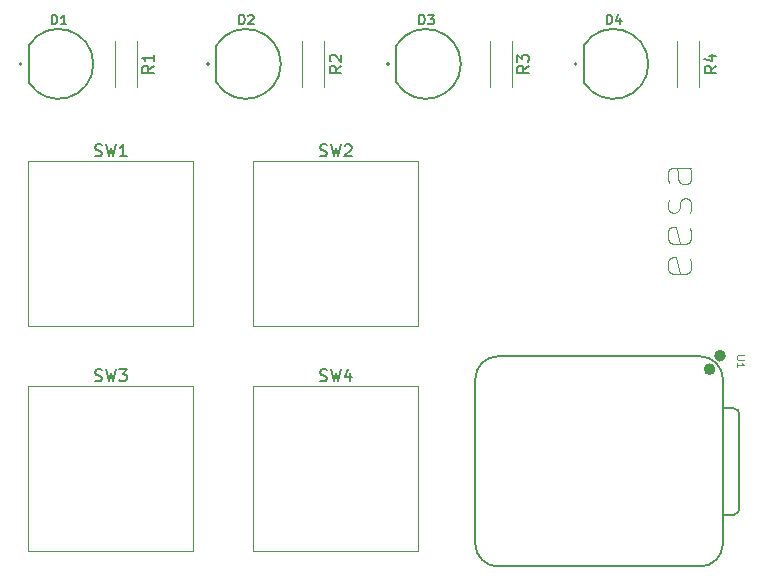
<source format=gbr>
%TF.GenerationSoftware,KiCad,Pcbnew,9.0.3*%
%TF.CreationDate,2025-07-28T00:11:01-05:00*%
%TF.ProjectId,eesa-pathfinder,65657361-2d70-4617-9468-66696e646572,rev?*%
%TF.SameCoordinates,Original*%
%TF.FileFunction,Legend,Top*%
%TF.FilePolarity,Positive*%
%FSLAX46Y46*%
G04 Gerber Fmt 4.6, Leading zero omitted, Abs format (unit mm)*
G04 Created by KiCad (PCBNEW 9.0.3) date 2025-07-28 00:11:01*
%MOMM*%
%LPD*%
G01*
G04 APERTURE LIST*
%ADD10C,0.100000*%
%ADD11C,0.150000*%
%ADD12C,0.101600*%
%ADD13C,0.120000*%
%ADD14C,0.127000*%
%ADD15C,0.200000*%
%ADD16C,0.504000*%
G04 APERTURE END LIST*
D10*
X147439800Y-99677068D02*
X147582657Y-99962782D01*
X147582657Y-99962782D02*
X147582657Y-100534211D01*
X147582657Y-100534211D02*
X147439800Y-100819925D01*
X147439800Y-100819925D02*
X147154085Y-100962782D01*
X147154085Y-100962782D02*
X146011228Y-100962782D01*
X146011228Y-100962782D02*
X145725514Y-100819925D01*
X145725514Y-100819925D02*
X145582657Y-100534211D01*
X145582657Y-100534211D02*
X145582657Y-99962782D01*
X145582657Y-99962782D02*
X145725514Y-99677068D01*
X145725514Y-99677068D02*
X146011228Y-99534211D01*
X146011228Y-99534211D02*
X146296942Y-99534211D01*
X146296942Y-99534211D02*
X146582657Y-100962782D01*
X147439800Y-97105639D02*
X147582657Y-97391353D01*
X147582657Y-97391353D02*
X147582657Y-97962782D01*
X147582657Y-97962782D02*
X147439800Y-98248496D01*
X147439800Y-98248496D02*
X147154085Y-98391353D01*
X147154085Y-98391353D02*
X146011228Y-98391353D01*
X146011228Y-98391353D02*
X145725514Y-98248496D01*
X145725514Y-98248496D02*
X145582657Y-97962782D01*
X145582657Y-97962782D02*
X145582657Y-97391353D01*
X145582657Y-97391353D02*
X145725514Y-97105639D01*
X145725514Y-97105639D02*
X146011228Y-96962782D01*
X146011228Y-96962782D02*
X146296942Y-96962782D01*
X146296942Y-96962782D02*
X146582657Y-98391353D01*
X147439800Y-95819924D02*
X147582657Y-95534210D01*
X147582657Y-95534210D02*
X147582657Y-94962781D01*
X147582657Y-94962781D02*
X147439800Y-94677067D01*
X147439800Y-94677067D02*
X147154085Y-94534210D01*
X147154085Y-94534210D02*
X147011228Y-94534210D01*
X147011228Y-94534210D02*
X146725514Y-94677067D01*
X146725514Y-94677067D02*
X146582657Y-94962781D01*
X146582657Y-94962781D02*
X146582657Y-95391353D01*
X146582657Y-95391353D02*
X146439800Y-95677067D01*
X146439800Y-95677067D02*
X146154085Y-95819924D01*
X146154085Y-95819924D02*
X146011228Y-95819924D01*
X146011228Y-95819924D02*
X145725514Y-95677067D01*
X145725514Y-95677067D02*
X145582657Y-95391353D01*
X145582657Y-95391353D02*
X145582657Y-94962781D01*
X145582657Y-94962781D02*
X145725514Y-94677067D01*
X147582657Y-91962782D02*
X146011228Y-91962782D01*
X146011228Y-91962782D02*
X145725514Y-92105639D01*
X145725514Y-92105639D02*
X145582657Y-92391353D01*
X145582657Y-92391353D02*
X145582657Y-92962782D01*
X145582657Y-92962782D02*
X145725514Y-93248496D01*
X147439800Y-91962782D02*
X147582657Y-92248496D01*
X147582657Y-92248496D02*
X147582657Y-92962782D01*
X147582657Y-92962782D02*
X147439800Y-93248496D01*
X147439800Y-93248496D02*
X147154085Y-93391353D01*
X147154085Y-93391353D02*
X146868371Y-93391353D01*
X146868371Y-93391353D02*
X146582657Y-93248496D01*
X146582657Y-93248496D02*
X146439800Y-92962782D01*
X146439800Y-92962782D02*
X146439800Y-92248496D01*
X146439800Y-92248496D02*
X146296942Y-91962782D01*
D11*
X133819819Y-83351666D02*
X133343628Y-83684999D01*
X133819819Y-83923094D02*
X132819819Y-83923094D01*
X132819819Y-83923094D02*
X132819819Y-83542142D01*
X132819819Y-83542142D02*
X132867438Y-83446904D01*
X132867438Y-83446904D02*
X132915057Y-83399285D01*
X132915057Y-83399285D02*
X133010295Y-83351666D01*
X133010295Y-83351666D02*
X133153152Y-83351666D01*
X133153152Y-83351666D02*
X133248390Y-83399285D01*
X133248390Y-83399285D02*
X133296009Y-83446904D01*
X133296009Y-83446904D02*
X133343628Y-83542142D01*
X133343628Y-83542142D02*
X133343628Y-83923094D01*
X132819819Y-83018332D02*
X132819819Y-82399285D01*
X132819819Y-82399285D02*
X133200771Y-82732618D01*
X133200771Y-82732618D02*
X133200771Y-82589761D01*
X133200771Y-82589761D02*
X133248390Y-82494523D01*
X133248390Y-82494523D02*
X133296009Y-82446904D01*
X133296009Y-82446904D02*
X133391247Y-82399285D01*
X133391247Y-82399285D02*
X133629342Y-82399285D01*
X133629342Y-82399285D02*
X133724580Y-82446904D01*
X133724580Y-82446904D02*
X133772200Y-82494523D01*
X133772200Y-82494523D02*
X133819819Y-82589761D01*
X133819819Y-82589761D02*
X133819819Y-82875475D01*
X133819819Y-82875475D02*
X133772200Y-82970713D01*
X133772200Y-82970713D02*
X133724580Y-83018332D01*
X140419524Y-79839295D02*
X140419524Y-79039295D01*
X140419524Y-79039295D02*
X140610000Y-79039295D01*
X140610000Y-79039295D02*
X140724286Y-79077390D01*
X140724286Y-79077390D02*
X140800476Y-79153580D01*
X140800476Y-79153580D02*
X140838571Y-79229771D01*
X140838571Y-79229771D02*
X140876667Y-79382152D01*
X140876667Y-79382152D02*
X140876667Y-79496438D01*
X140876667Y-79496438D02*
X140838571Y-79648819D01*
X140838571Y-79648819D02*
X140800476Y-79725009D01*
X140800476Y-79725009D02*
X140724286Y-79801200D01*
X140724286Y-79801200D02*
X140610000Y-79839295D01*
X140610000Y-79839295D02*
X140419524Y-79839295D01*
X141562381Y-79305961D02*
X141562381Y-79839295D01*
X141371905Y-79001200D02*
X141181428Y-79572628D01*
X141181428Y-79572628D02*
X141676667Y-79572628D01*
X97091667Y-90958200D02*
X97234524Y-91005819D01*
X97234524Y-91005819D02*
X97472619Y-91005819D01*
X97472619Y-91005819D02*
X97567857Y-90958200D01*
X97567857Y-90958200D02*
X97615476Y-90910580D01*
X97615476Y-90910580D02*
X97663095Y-90815342D01*
X97663095Y-90815342D02*
X97663095Y-90720104D01*
X97663095Y-90720104D02*
X97615476Y-90624866D01*
X97615476Y-90624866D02*
X97567857Y-90577247D01*
X97567857Y-90577247D02*
X97472619Y-90529628D01*
X97472619Y-90529628D02*
X97282143Y-90482009D01*
X97282143Y-90482009D02*
X97186905Y-90434390D01*
X97186905Y-90434390D02*
X97139286Y-90386771D01*
X97139286Y-90386771D02*
X97091667Y-90291533D01*
X97091667Y-90291533D02*
X97091667Y-90196295D01*
X97091667Y-90196295D02*
X97139286Y-90101057D01*
X97139286Y-90101057D02*
X97186905Y-90053438D01*
X97186905Y-90053438D02*
X97282143Y-90005819D01*
X97282143Y-90005819D02*
X97520238Y-90005819D01*
X97520238Y-90005819D02*
X97663095Y-90053438D01*
X97996429Y-90005819D02*
X98234524Y-91005819D01*
X98234524Y-91005819D02*
X98425000Y-90291533D01*
X98425000Y-90291533D02*
X98615476Y-91005819D01*
X98615476Y-91005819D02*
X98853572Y-90005819D01*
X99758333Y-91005819D02*
X99186905Y-91005819D01*
X99472619Y-91005819D02*
X99472619Y-90005819D01*
X99472619Y-90005819D02*
X99377381Y-90148676D01*
X99377381Y-90148676D02*
X99282143Y-90243914D01*
X99282143Y-90243914D02*
X99186905Y-90291533D01*
D12*
X152046520Y-107856190D02*
X151532473Y-107856190D01*
X151532473Y-107856190D02*
X151471997Y-107886428D01*
X151471997Y-107886428D02*
X151441759Y-107916666D01*
X151441759Y-107916666D02*
X151411520Y-107977142D01*
X151411520Y-107977142D02*
X151411520Y-108098095D01*
X151411520Y-108098095D02*
X151441759Y-108158571D01*
X151441759Y-108158571D02*
X151471997Y-108188809D01*
X151471997Y-108188809D02*
X151532473Y-108219047D01*
X151532473Y-108219047D02*
X152046520Y-108219047D01*
X151411520Y-108854047D02*
X151411520Y-108491190D01*
X151411520Y-108672618D02*
X152046520Y-108672618D01*
X152046520Y-108672618D02*
X151955806Y-108612142D01*
X151955806Y-108612142D02*
X151895330Y-108551666D01*
X151895330Y-108551666D02*
X151865092Y-108491190D01*
D11*
X124544524Y-79839295D02*
X124544524Y-79039295D01*
X124544524Y-79039295D02*
X124735000Y-79039295D01*
X124735000Y-79039295D02*
X124849286Y-79077390D01*
X124849286Y-79077390D02*
X124925476Y-79153580D01*
X124925476Y-79153580D02*
X124963571Y-79229771D01*
X124963571Y-79229771D02*
X125001667Y-79382152D01*
X125001667Y-79382152D02*
X125001667Y-79496438D01*
X125001667Y-79496438D02*
X124963571Y-79648819D01*
X124963571Y-79648819D02*
X124925476Y-79725009D01*
X124925476Y-79725009D02*
X124849286Y-79801200D01*
X124849286Y-79801200D02*
X124735000Y-79839295D01*
X124735000Y-79839295D02*
X124544524Y-79839295D01*
X125268333Y-79039295D02*
X125763571Y-79039295D01*
X125763571Y-79039295D02*
X125496905Y-79344057D01*
X125496905Y-79344057D02*
X125611190Y-79344057D01*
X125611190Y-79344057D02*
X125687381Y-79382152D01*
X125687381Y-79382152D02*
X125725476Y-79420247D01*
X125725476Y-79420247D02*
X125763571Y-79496438D01*
X125763571Y-79496438D02*
X125763571Y-79686914D01*
X125763571Y-79686914D02*
X125725476Y-79763104D01*
X125725476Y-79763104D02*
X125687381Y-79801200D01*
X125687381Y-79801200D02*
X125611190Y-79839295D01*
X125611190Y-79839295D02*
X125382619Y-79839295D01*
X125382619Y-79839295D02*
X125306428Y-79801200D01*
X125306428Y-79801200D02*
X125268333Y-79763104D01*
X117944819Y-83351666D02*
X117468628Y-83684999D01*
X117944819Y-83923094D02*
X116944819Y-83923094D01*
X116944819Y-83923094D02*
X116944819Y-83542142D01*
X116944819Y-83542142D02*
X116992438Y-83446904D01*
X116992438Y-83446904D02*
X117040057Y-83399285D01*
X117040057Y-83399285D02*
X117135295Y-83351666D01*
X117135295Y-83351666D02*
X117278152Y-83351666D01*
X117278152Y-83351666D02*
X117373390Y-83399285D01*
X117373390Y-83399285D02*
X117421009Y-83446904D01*
X117421009Y-83446904D02*
X117468628Y-83542142D01*
X117468628Y-83542142D02*
X117468628Y-83923094D01*
X117040057Y-82970713D02*
X116992438Y-82923094D01*
X116992438Y-82923094D02*
X116944819Y-82827856D01*
X116944819Y-82827856D02*
X116944819Y-82589761D01*
X116944819Y-82589761D02*
X116992438Y-82494523D01*
X116992438Y-82494523D02*
X117040057Y-82446904D01*
X117040057Y-82446904D02*
X117135295Y-82399285D01*
X117135295Y-82399285D02*
X117230533Y-82399285D01*
X117230533Y-82399285D02*
X117373390Y-82446904D01*
X117373390Y-82446904D02*
X117944819Y-83018332D01*
X117944819Y-83018332D02*
X117944819Y-82399285D01*
X116141667Y-110008200D02*
X116284524Y-110055819D01*
X116284524Y-110055819D02*
X116522619Y-110055819D01*
X116522619Y-110055819D02*
X116617857Y-110008200D01*
X116617857Y-110008200D02*
X116665476Y-109960580D01*
X116665476Y-109960580D02*
X116713095Y-109865342D01*
X116713095Y-109865342D02*
X116713095Y-109770104D01*
X116713095Y-109770104D02*
X116665476Y-109674866D01*
X116665476Y-109674866D02*
X116617857Y-109627247D01*
X116617857Y-109627247D02*
X116522619Y-109579628D01*
X116522619Y-109579628D02*
X116332143Y-109532009D01*
X116332143Y-109532009D02*
X116236905Y-109484390D01*
X116236905Y-109484390D02*
X116189286Y-109436771D01*
X116189286Y-109436771D02*
X116141667Y-109341533D01*
X116141667Y-109341533D02*
X116141667Y-109246295D01*
X116141667Y-109246295D02*
X116189286Y-109151057D01*
X116189286Y-109151057D02*
X116236905Y-109103438D01*
X116236905Y-109103438D02*
X116332143Y-109055819D01*
X116332143Y-109055819D02*
X116570238Y-109055819D01*
X116570238Y-109055819D02*
X116713095Y-109103438D01*
X117046429Y-109055819D02*
X117284524Y-110055819D01*
X117284524Y-110055819D02*
X117475000Y-109341533D01*
X117475000Y-109341533D02*
X117665476Y-110055819D01*
X117665476Y-110055819D02*
X117903572Y-109055819D01*
X118713095Y-109389152D02*
X118713095Y-110055819D01*
X118475000Y-109008200D02*
X118236905Y-109722485D01*
X118236905Y-109722485D02*
X118855952Y-109722485D01*
X93429524Y-79839295D02*
X93429524Y-79039295D01*
X93429524Y-79039295D02*
X93620000Y-79039295D01*
X93620000Y-79039295D02*
X93734286Y-79077390D01*
X93734286Y-79077390D02*
X93810476Y-79153580D01*
X93810476Y-79153580D02*
X93848571Y-79229771D01*
X93848571Y-79229771D02*
X93886667Y-79382152D01*
X93886667Y-79382152D02*
X93886667Y-79496438D01*
X93886667Y-79496438D02*
X93848571Y-79648819D01*
X93848571Y-79648819D02*
X93810476Y-79725009D01*
X93810476Y-79725009D02*
X93734286Y-79801200D01*
X93734286Y-79801200D02*
X93620000Y-79839295D01*
X93620000Y-79839295D02*
X93429524Y-79839295D01*
X94648571Y-79839295D02*
X94191428Y-79839295D01*
X94420000Y-79839295D02*
X94420000Y-79039295D01*
X94420000Y-79039295D02*
X94343809Y-79153580D01*
X94343809Y-79153580D02*
X94267619Y-79229771D01*
X94267619Y-79229771D02*
X94191428Y-79267866D01*
X109304524Y-79839295D02*
X109304524Y-79039295D01*
X109304524Y-79039295D02*
X109495000Y-79039295D01*
X109495000Y-79039295D02*
X109609286Y-79077390D01*
X109609286Y-79077390D02*
X109685476Y-79153580D01*
X109685476Y-79153580D02*
X109723571Y-79229771D01*
X109723571Y-79229771D02*
X109761667Y-79382152D01*
X109761667Y-79382152D02*
X109761667Y-79496438D01*
X109761667Y-79496438D02*
X109723571Y-79648819D01*
X109723571Y-79648819D02*
X109685476Y-79725009D01*
X109685476Y-79725009D02*
X109609286Y-79801200D01*
X109609286Y-79801200D02*
X109495000Y-79839295D01*
X109495000Y-79839295D02*
X109304524Y-79839295D01*
X110066428Y-79115485D02*
X110104524Y-79077390D01*
X110104524Y-79077390D02*
X110180714Y-79039295D01*
X110180714Y-79039295D02*
X110371190Y-79039295D01*
X110371190Y-79039295D02*
X110447381Y-79077390D01*
X110447381Y-79077390D02*
X110485476Y-79115485D01*
X110485476Y-79115485D02*
X110523571Y-79191676D01*
X110523571Y-79191676D02*
X110523571Y-79267866D01*
X110523571Y-79267866D02*
X110485476Y-79382152D01*
X110485476Y-79382152D02*
X110028333Y-79839295D01*
X110028333Y-79839295D02*
X110523571Y-79839295D01*
X149694819Y-83351666D02*
X149218628Y-83684999D01*
X149694819Y-83923094D02*
X148694819Y-83923094D01*
X148694819Y-83923094D02*
X148694819Y-83542142D01*
X148694819Y-83542142D02*
X148742438Y-83446904D01*
X148742438Y-83446904D02*
X148790057Y-83399285D01*
X148790057Y-83399285D02*
X148885295Y-83351666D01*
X148885295Y-83351666D02*
X149028152Y-83351666D01*
X149028152Y-83351666D02*
X149123390Y-83399285D01*
X149123390Y-83399285D02*
X149171009Y-83446904D01*
X149171009Y-83446904D02*
X149218628Y-83542142D01*
X149218628Y-83542142D02*
X149218628Y-83923094D01*
X149028152Y-82494523D02*
X149694819Y-82494523D01*
X148647200Y-82732618D02*
X149361485Y-82970713D01*
X149361485Y-82970713D02*
X149361485Y-82351666D01*
X102069819Y-83351666D02*
X101593628Y-83684999D01*
X102069819Y-83923094D02*
X101069819Y-83923094D01*
X101069819Y-83923094D02*
X101069819Y-83542142D01*
X101069819Y-83542142D02*
X101117438Y-83446904D01*
X101117438Y-83446904D02*
X101165057Y-83399285D01*
X101165057Y-83399285D02*
X101260295Y-83351666D01*
X101260295Y-83351666D02*
X101403152Y-83351666D01*
X101403152Y-83351666D02*
X101498390Y-83399285D01*
X101498390Y-83399285D02*
X101546009Y-83446904D01*
X101546009Y-83446904D02*
X101593628Y-83542142D01*
X101593628Y-83542142D02*
X101593628Y-83923094D01*
X102069819Y-82399285D02*
X102069819Y-82970713D01*
X102069819Y-82684999D02*
X101069819Y-82684999D01*
X101069819Y-82684999D02*
X101212676Y-82780237D01*
X101212676Y-82780237D02*
X101307914Y-82875475D01*
X101307914Y-82875475D02*
X101355533Y-82970713D01*
X116141667Y-90958200D02*
X116284524Y-91005819D01*
X116284524Y-91005819D02*
X116522619Y-91005819D01*
X116522619Y-91005819D02*
X116617857Y-90958200D01*
X116617857Y-90958200D02*
X116665476Y-90910580D01*
X116665476Y-90910580D02*
X116713095Y-90815342D01*
X116713095Y-90815342D02*
X116713095Y-90720104D01*
X116713095Y-90720104D02*
X116665476Y-90624866D01*
X116665476Y-90624866D02*
X116617857Y-90577247D01*
X116617857Y-90577247D02*
X116522619Y-90529628D01*
X116522619Y-90529628D02*
X116332143Y-90482009D01*
X116332143Y-90482009D02*
X116236905Y-90434390D01*
X116236905Y-90434390D02*
X116189286Y-90386771D01*
X116189286Y-90386771D02*
X116141667Y-90291533D01*
X116141667Y-90291533D02*
X116141667Y-90196295D01*
X116141667Y-90196295D02*
X116189286Y-90101057D01*
X116189286Y-90101057D02*
X116236905Y-90053438D01*
X116236905Y-90053438D02*
X116332143Y-90005819D01*
X116332143Y-90005819D02*
X116570238Y-90005819D01*
X116570238Y-90005819D02*
X116713095Y-90053438D01*
X117046429Y-90005819D02*
X117284524Y-91005819D01*
X117284524Y-91005819D02*
X117475000Y-90291533D01*
X117475000Y-90291533D02*
X117665476Y-91005819D01*
X117665476Y-91005819D02*
X117903572Y-90005819D01*
X118236905Y-90101057D02*
X118284524Y-90053438D01*
X118284524Y-90053438D02*
X118379762Y-90005819D01*
X118379762Y-90005819D02*
X118617857Y-90005819D01*
X118617857Y-90005819D02*
X118713095Y-90053438D01*
X118713095Y-90053438D02*
X118760714Y-90101057D01*
X118760714Y-90101057D02*
X118808333Y-90196295D01*
X118808333Y-90196295D02*
X118808333Y-90291533D01*
X118808333Y-90291533D02*
X118760714Y-90434390D01*
X118760714Y-90434390D02*
X118189286Y-91005819D01*
X118189286Y-91005819D02*
X118808333Y-91005819D01*
X97091667Y-110008200D02*
X97234524Y-110055819D01*
X97234524Y-110055819D02*
X97472619Y-110055819D01*
X97472619Y-110055819D02*
X97567857Y-110008200D01*
X97567857Y-110008200D02*
X97615476Y-109960580D01*
X97615476Y-109960580D02*
X97663095Y-109865342D01*
X97663095Y-109865342D02*
X97663095Y-109770104D01*
X97663095Y-109770104D02*
X97615476Y-109674866D01*
X97615476Y-109674866D02*
X97567857Y-109627247D01*
X97567857Y-109627247D02*
X97472619Y-109579628D01*
X97472619Y-109579628D02*
X97282143Y-109532009D01*
X97282143Y-109532009D02*
X97186905Y-109484390D01*
X97186905Y-109484390D02*
X97139286Y-109436771D01*
X97139286Y-109436771D02*
X97091667Y-109341533D01*
X97091667Y-109341533D02*
X97091667Y-109246295D01*
X97091667Y-109246295D02*
X97139286Y-109151057D01*
X97139286Y-109151057D02*
X97186905Y-109103438D01*
X97186905Y-109103438D02*
X97282143Y-109055819D01*
X97282143Y-109055819D02*
X97520238Y-109055819D01*
X97520238Y-109055819D02*
X97663095Y-109103438D01*
X97996429Y-109055819D02*
X98234524Y-110055819D01*
X98234524Y-110055819D02*
X98425000Y-109341533D01*
X98425000Y-109341533D02*
X98615476Y-110055819D01*
X98615476Y-110055819D02*
X98853572Y-109055819D01*
X99139286Y-109055819D02*
X99758333Y-109055819D01*
X99758333Y-109055819D02*
X99425000Y-109436771D01*
X99425000Y-109436771D02*
X99567857Y-109436771D01*
X99567857Y-109436771D02*
X99663095Y-109484390D01*
X99663095Y-109484390D02*
X99710714Y-109532009D01*
X99710714Y-109532009D02*
X99758333Y-109627247D01*
X99758333Y-109627247D02*
X99758333Y-109865342D01*
X99758333Y-109865342D02*
X99710714Y-109960580D01*
X99710714Y-109960580D02*
X99663095Y-110008200D01*
X99663095Y-110008200D02*
X99567857Y-110055819D01*
X99567857Y-110055819D02*
X99282143Y-110055819D01*
X99282143Y-110055819D02*
X99186905Y-110008200D01*
X99186905Y-110008200D02*
X99139286Y-109960580D01*
D13*
%TO.C,R3*%
X130525000Y-81265000D02*
X130525000Y-85105000D01*
X132365000Y-81265000D02*
X132365000Y-85105000D01*
D14*
%TO.C,D4*%
X138470000Y-81619000D02*
X138470000Y-84751000D01*
X138470000Y-81619000D02*
G75*
G02*
X138470000Y-84751000I2506124J-1566000D01*
G01*
D15*
X137870000Y-83185000D02*
G75*
G02*
X137670000Y-83185000I-100000J0D01*
G01*
X137670000Y-83185000D02*
G75*
G02*
X137870000Y-83185000I100000J0D01*
G01*
D13*
%TO.C,SW1*%
X91440000Y-91440000D02*
X105410000Y-91440000D01*
X91440000Y-105410000D02*
X91440000Y-91440000D01*
X105410000Y-91440000D02*
X105410000Y-105410000D01*
X105410000Y-105410000D02*
X91440000Y-105410000D01*
D14*
%TO.C,U1*%
X129286000Y-109855000D02*
X129286000Y-123825000D01*
X131191000Y-107950000D02*
X148336000Y-107950000D01*
X131191000Y-125730000D02*
X148336000Y-125730000D01*
X150241000Y-112345000D02*
X151151272Y-112348728D01*
D10*
X150241000Y-123825000D02*
X150241000Y-109855000D01*
D14*
X150241000Y-123825000D02*
X150241000Y-109855000D01*
X151151000Y-121344000D02*
X150241000Y-121344000D01*
X151651000Y-112848728D02*
X151651000Y-120844000D01*
X129286000Y-109855000D02*
G75*
G02*
X131191000Y-107950000I1905001J-1D01*
G01*
X131191000Y-125730000D02*
G75*
G02*
X129286000Y-123825000I0J1905000D01*
G01*
X148336000Y-107950000D02*
G75*
G02*
X150241000Y-109855000I-1J-1905001D01*
G01*
X150241000Y-123825000D02*
G75*
G02*
X148336000Y-125730000I-1905000J0D01*
G01*
X151151272Y-112348728D02*
G75*
G02*
X151650999Y-112848728I-291J-500018D01*
G01*
X151651000Y-120844000D02*
G75*
G02*
X151151000Y-121344000I-500000J0D01*
G01*
D16*
X149372000Y-109033000D02*
G75*
G02*
X148868000Y-109033000I-252000J0D01*
G01*
X148868000Y-109033000D02*
G75*
G02*
X149372000Y-109033000I252000J0D01*
G01*
X150252000Y-107890000D02*
G75*
G02*
X149748000Y-107890000I-252000J0D01*
G01*
X149748000Y-107890000D02*
G75*
G02*
X150252000Y-107890000I252000J0D01*
G01*
D14*
%TO.C,D3*%
X122595000Y-81619000D02*
X122595000Y-84751000D01*
X122595000Y-81619000D02*
G75*
G02*
X122595000Y-84751000I2506124J-1566000D01*
G01*
D15*
X121995000Y-83185000D02*
G75*
G02*
X121795000Y-83185000I-100000J0D01*
G01*
X121795000Y-83185000D02*
G75*
G02*
X121995000Y-83185000I100000J0D01*
G01*
D13*
%TO.C,R2*%
X114650000Y-81265000D02*
X114650000Y-85105000D01*
X116490000Y-81265000D02*
X116490000Y-85105000D01*
%TO.C,SW4*%
X110490000Y-110490000D02*
X124460000Y-110490000D01*
X110490000Y-124460000D02*
X110490000Y-110490000D01*
X124460000Y-110490000D02*
X124460000Y-124460000D01*
X124460000Y-124460000D02*
X110490000Y-124460000D01*
D14*
%TO.C,D1*%
X91480000Y-81619000D02*
X91480000Y-84751000D01*
X91480000Y-81619000D02*
G75*
G02*
X91480000Y-84751000I2506124J-1566000D01*
G01*
D15*
X90880000Y-83185000D02*
G75*
G02*
X90680000Y-83185000I-100000J0D01*
G01*
X90680000Y-83185000D02*
G75*
G02*
X90880000Y-83185000I100000J0D01*
G01*
D14*
%TO.C,D2*%
X107355000Y-81619000D02*
X107355000Y-84751000D01*
X107355000Y-81619000D02*
G75*
G02*
X107355000Y-84751000I2506124J-1566000D01*
G01*
D15*
X106755000Y-83185000D02*
G75*
G02*
X106555000Y-83185000I-100000J0D01*
G01*
X106555000Y-83185000D02*
G75*
G02*
X106755000Y-83185000I100000J0D01*
G01*
D13*
%TO.C,R4*%
X146400000Y-81265000D02*
X146400000Y-85105000D01*
X148240000Y-81265000D02*
X148240000Y-85105000D01*
%TO.C,R1*%
X98775000Y-81265000D02*
X98775000Y-85105000D01*
X100615000Y-81265000D02*
X100615000Y-85105000D01*
%TO.C,SW2*%
X110490000Y-91440000D02*
X124460000Y-91440000D01*
X110490000Y-105410000D02*
X110490000Y-91440000D01*
X124460000Y-91440000D02*
X124460000Y-105410000D01*
X124460000Y-105410000D02*
X110490000Y-105410000D01*
%TO.C,SW3*%
X91440000Y-110490000D02*
X105410000Y-110490000D01*
X91440000Y-124460000D02*
X91440000Y-110490000D01*
X105410000Y-110490000D02*
X105410000Y-124460000D01*
X105410000Y-124460000D02*
X91440000Y-124460000D01*
%TD*%
M02*

</source>
